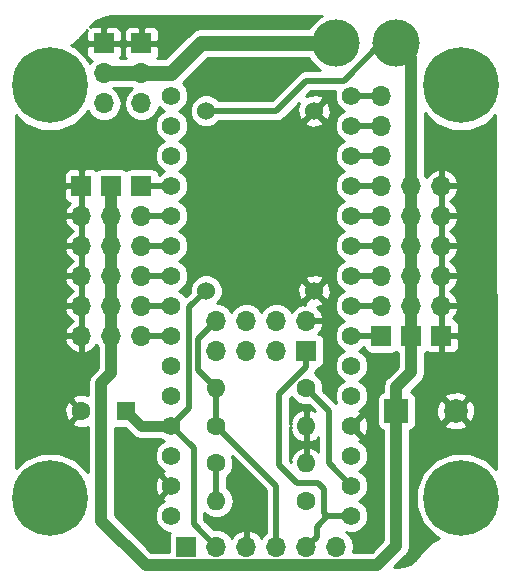
<source format=gtl>
G04 #@! TF.GenerationSoftware,KiCad,Pcbnew,(5.0.0)*
G04 #@! TF.CreationDate,2020-01-07T10:02:11+01:00*
G04 #@! TF.ProjectId,Pacifistabot-ESP-01s,506163696669737461626F742D455350,rev?*
G04 #@! TF.SameCoordinates,Original*
G04 #@! TF.FileFunction,Copper,L1,Top,Signal*
G04 #@! TF.FilePolarity,Positive*
%FSLAX46Y46*%
G04 Gerber Fmt 4.6, Leading zero omitted, Abs format (unit mm)*
G04 Created by KiCad (PCBNEW (5.0.0)) date 01/07/20 10:02:11*
%MOMM*%
%LPD*%
G01*
G04 APERTURE LIST*
G04 #@! TA.AperFunction,ComponentPad*
%ADD10C,0.600000*%
G04 #@! TD*
G04 #@! TA.AperFunction,ComponentPad*
%ADD11C,6.400000*%
G04 #@! TD*
G04 #@! TA.AperFunction,ComponentPad*
%ADD12O,1.700000X1.700000*%
G04 #@! TD*
G04 #@! TA.AperFunction,ComponentPad*
%ADD13R,1.700000X1.700000*%
G04 #@! TD*
G04 #@! TA.AperFunction,ComponentPad*
%ADD14C,1.574800*%
G04 #@! TD*
G04 #@! TA.AperFunction,ComponentPad*
%ADD15R,1.600000X1.600000*%
G04 #@! TD*
G04 #@! TA.AperFunction,ComponentPad*
%ADD16C,1.600000*%
G04 #@! TD*
G04 #@! TA.AperFunction,ComponentPad*
%ADD17R,2.000000X2.000000*%
G04 #@! TD*
G04 #@! TA.AperFunction,ComponentPad*
%ADD18C,2.000000*%
G04 #@! TD*
G04 #@! TA.AperFunction,ComponentPad*
%ADD19C,4.000500*%
G04 #@! TD*
G04 #@! TA.AperFunction,ComponentPad*
%ADD20O,1.600000X1.600000*%
G04 #@! TD*
G04 #@! TA.AperFunction,ComponentPad*
%ADD21C,1.524000*%
G04 #@! TD*
G04 #@! TA.AperFunction,ViaPad*
%ADD22C,0.800000*%
G04 #@! TD*
G04 #@! TA.AperFunction,Conductor*
%ADD23C,0.508000*%
G04 #@! TD*
G04 #@! TA.AperFunction,Conductor*
%ADD24C,1.016000*%
G04 #@! TD*
G04 #@! TA.AperFunction,Conductor*
%ADD25C,1.270000*%
G04 #@! TD*
G04 #@! TA.AperFunction,Conductor*
%ADD26C,0.889000*%
G04 #@! TD*
G04 #@! TA.AperFunction,Conductor*
%ADD27C,0.254000*%
G04 #@! TD*
G04 APERTURE END LIST*
D10*
G04 #@! TO.P,,*
G04 #@! TO.N,*
X104948056Y-135208944D03*
X103251000Y-134506000D03*
X101553944Y-135208944D03*
X100851000Y-136906000D03*
X101553944Y-138603056D03*
X103251000Y-139306000D03*
X104948056Y-138603056D03*
X105651000Y-136906000D03*
D11*
G04 #@! TO.P,,1*
G04 #@! TO.N,N/C*
X103251000Y-136906000D03*
G04 #@! TD*
G04 #@! TO.P,,1*
G04 #@! TO.N,N/C*
X68453000Y-136906000D03*
D10*
G04 #@! TO.P,,*
G04 #@! TO.N,*
X70853000Y-136906000D03*
X70150056Y-138603056D03*
X68453000Y-139306000D03*
X66755944Y-138603056D03*
X66053000Y-136906000D03*
X66755944Y-135208944D03*
X68453000Y-134506000D03*
X70150056Y-135208944D03*
G04 #@! TD*
G04 #@! TO.P,,*
G04 #@! TO.N,*
X70150056Y-100283944D03*
X68453000Y-99581000D03*
X66755944Y-100283944D03*
X66053000Y-101981000D03*
X66755944Y-103678056D03*
X68453000Y-104381000D03*
X70150056Y-103678056D03*
X70853000Y-101981000D03*
D11*
G04 #@! TO.P,,1*
G04 #@! TO.N,N/C*
X68453000Y-101981000D03*
G04 #@! TD*
G04 #@! TO.P,,1*
G04 #@! TO.N,N/C*
X103251000Y-101981000D03*
D10*
G04 #@! TO.P,,*
G04 #@! TO.N,*
X105651000Y-101981000D03*
X104948056Y-103678056D03*
X103251000Y-104381000D03*
X101553944Y-103678056D03*
X100851000Y-101981000D03*
X101553944Y-100283944D03*
X103251000Y-99581000D03*
X104948056Y-100283944D03*
G04 #@! TD*
D12*
G04 #@! TO.P,U3,8*
G04 #@! TO.N,TX*
X82550000Y-121920000D03*
G04 #@! TO.P,U3,7*
G04 #@! TO.N,+3V3*
X82550000Y-124460000D03*
G04 #@! TO.P,U3,6*
G04 #@! TO.N,N/C*
X85090000Y-121920000D03*
G04 #@! TO.P,U3,5*
X85090000Y-124460000D03*
G04 #@! TO.P,U3,4*
X87630000Y-121920000D03*
G04 #@! TO.P,U3,3*
G04 #@! TO.N,Net-(R1-Pad1)*
X87630000Y-124460000D03*
G04 #@! TO.P,U3,2*
G04 #@! TO.N,GND*
X90170000Y-121920000D03*
D13*
G04 #@! TO.P,U3,1*
G04 #@! TO.N,RX*
X90170000Y-124460000D03*
G04 #@! TD*
D14*
G04 #@! TO.P,A1,15*
G04 #@! TO.N,Net-(A1-Pad15)*
X93980000Y-102870000D03*
G04 #@! TO.P,A1,16*
G04 #@! TO.N,N/C*
X78740000Y-102870000D03*
G04 #@! TO.P,A1,14*
G04 #@! TO.N,Net-(A1-Pad14)*
X93980000Y-105410000D03*
G04 #@! TO.P,A1,17*
G04 #@! TO.N,N/C*
X78740000Y-105410000D03*
G04 #@! TO.P,A1,13*
G04 #@! TO.N,Net-(A1-Pad13)*
X93980000Y-107950000D03*
G04 #@! TO.P,A1,18*
G04 #@! TO.N,N/C*
X78740000Y-107950000D03*
G04 #@! TO.P,A1,12*
G04 #@! TO.N,Net-(A1-Pad12)*
X93980000Y-110490000D03*
G04 #@! TO.P,A1,19*
G04 #@! TO.N,Net-(A1-Pad19)*
X78740000Y-110490000D03*
G04 #@! TO.P,A1,11*
G04 #@! TO.N,Net-(A1-Pad11)*
X93980000Y-113030000D03*
G04 #@! TO.P,A1,20*
G04 #@! TO.N,Net-(A1-Pad20)*
X78740000Y-113030000D03*
G04 #@! TO.P,A1,10*
G04 #@! TO.N,Net-(A1-Pad10)*
X93980000Y-115570000D03*
G04 #@! TO.P,A1,21*
G04 #@! TO.N,Net-(A1-Pad21)*
X78740000Y-115570000D03*
G04 #@! TO.P,A1,9*
G04 #@! TO.N,Net-(A1-Pad9)*
X93980000Y-118110000D03*
G04 #@! TO.P,A1,22*
G04 #@! TO.N,Net-(A1-Pad22)*
X78740000Y-118110000D03*
G04 #@! TO.P,A1,8*
G04 #@! TO.N,Net-(A1-Pad8)*
X93980000Y-120650000D03*
G04 #@! TO.P,A1,23*
G04 #@! TO.N,Net-(A1-Pad23)*
X78740000Y-120650000D03*
G04 #@! TO.P,A1,7*
G04 #@! TO.N,Net-(A1-Pad7)*
X93980000Y-123190000D03*
G04 #@! TO.P,A1,24*
G04 #@! TO.N,Net-(A1-Pad24)*
X78740000Y-123190000D03*
G04 #@! TO.P,A1,6*
G04 #@! TO.N,N/C*
X93980000Y-125730000D03*
G04 #@! TO.P,A1,25*
X78740000Y-125730000D03*
G04 #@! TO.P,A1,5*
X93980000Y-128270000D03*
G04 #@! TO.P,A1,26*
G04 #@! TO.N,Net-(A1-Pad26)*
X78740000Y-128270000D03*
G04 #@! TO.P,A1,4*
G04 #@! TO.N,GND*
X93980000Y-130810000D03*
G04 #@! TO.P,A1,27*
G04 #@! TO.N,5V*
X78740000Y-130810000D03*
G04 #@! TO.P,A1,3*
G04 #@! TO.N,RST*
X93980000Y-133350000D03*
G04 #@! TO.P,A1,28*
G04 #@! TO.N,N/C*
X78740000Y-133350000D03*
G04 #@! TO.P,A1,2*
G04 #@! TO.N,Net-(A1-Pad2)*
X93980000Y-135890000D03*
G04 #@! TO.P,A1,29*
G04 #@! TO.N,GND*
X78740000Y-135890000D03*
G04 #@! TO.P,A1,1*
G04 #@! TO.N,RX*
X93980000Y-138430000D03*
G04 #@! TO.P,A1,30*
G04 #@! TO.N,N/C*
X78740000Y-138430000D03*
G04 #@! TD*
D15*
G04 #@! TO.P,C1,1*
G04 #@! TO.N,5V*
X74920000Y-129540000D03*
D16*
G04 #@! TO.P,C1,2*
G04 #@! TO.N,GND*
X71120000Y-129540000D03*
G04 #@! TD*
D17*
G04 #@! TO.P,C2,1*
G04 #@! TO.N,/Alimentaci\00F3n*
X97790000Y-129540000D03*
D18*
G04 #@! TO.P,C2,2*
G04 #@! TO.N,GND*
X102790000Y-129540000D03*
G04 #@! TD*
D19*
G04 #@! TO.P,J1,1*
G04 #@! TO.N,+BATT*
X92710000Y-98425000D03*
G04 #@! TD*
G04 #@! TO.P,J2,1*
G04 #@! TO.N,/Alimentaci\00F3n*
X97790000Y-98425000D03*
G04 #@! TD*
D12*
G04 #@! TO.P,J5,6*
G04 #@! TO.N,/Alimentaci\00F3n*
X73660000Y-123190000D03*
G04 #@! TO.P,J5,5*
X73660000Y-120650000D03*
G04 #@! TO.P,J5,4*
X73660000Y-118110000D03*
G04 #@! TO.P,J5,3*
X73660000Y-115570000D03*
G04 #@! TO.P,J5,2*
X73660000Y-113030000D03*
D13*
G04 #@! TO.P,J5,1*
X73660000Y-110490000D03*
G04 #@! TD*
G04 #@! TO.P,J6,1*
G04 #@! TO.N,/Alimentaci\00F3n*
X99060000Y-123190000D03*
D12*
G04 #@! TO.P,J6,2*
X99060000Y-120650000D03*
G04 #@! TO.P,J6,3*
X99060000Y-118110000D03*
G04 #@! TO.P,J6,4*
X99060000Y-115570000D03*
G04 #@! TO.P,J6,5*
X99060000Y-113030000D03*
G04 #@! TO.P,J6,6*
X99060000Y-110490000D03*
G04 #@! TD*
G04 #@! TO.P,J7,6*
G04 #@! TO.N,GND*
X101600000Y-110490000D03*
G04 #@! TO.P,J7,5*
X101600000Y-113030000D03*
G04 #@! TO.P,J7,4*
X101600000Y-115570000D03*
G04 #@! TO.P,J7,3*
X101600000Y-118110000D03*
G04 #@! TO.P,J7,2*
X101600000Y-120650000D03*
D13*
G04 #@! TO.P,J7,1*
X101600000Y-123190000D03*
G04 #@! TD*
G04 #@! TO.P,J8,1*
G04 #@! TO.N,GND*
X71120000Y-110490000D03*
D12*
G04 #@! TO.P,J8,2*
X71120000Y-113030000D03*
G04 #@! TO.P,J8,3*
X71120000Y-115570000D03*
G04 #@! TO.P,J8,4*
X71120000Y-118110000D03*
G04 #@! TO.P,J8,5*
X71120000Y-120650000D03*
G04 #@! TO.P,J8,6*
X71120000Y-123190000D03*
G04 #@! TD*
G04 #@! TO.P,J10,3*
G04 #@! TO.N,N/C*
X73025000Y-103505000D03*
G04 #@! TO.P,J10,2*
G04 #@! TO.N,+BATT*
X73025000Y-100965000D03*
D13*
G04 #@! TO.P,J10,1*
G04 #@! TO.N,GND*
X73025000Y-98425000D03*
G04 #@! TD*
D16*
G04 #@! TO.P,R2,1*
G04 #@! TO.N,Net-(A1-Pad2)*
X90170000Y-127635000D03*
D20*
G04 #@! TO.P,R2,2*
G04 #@! TO.N,TX*
X82550000Y-127635000D03*
G04 #@! TD*
D16*
G04 #@! TO.P,R3,1*
G04 #@! TO.N,TX*
X82550000Y-130810000D03*
D20*
G04 #@! TO.P,R3,2*
G04 #@! TO.N,GND*
X90170000Y-130810000D03*
G04 #@! TD*
G04 #@! TO.P,R4,2*
G04 #@! TO.N,Net-(A1-Pad26)*
X82550000Y-137160000D03*
D16*
G04 #@! TO.P,R4,1*
G04 #@! TO.N,/Alimentaci\00F3n*
X90170000Y-137160000D03*
G04 #@! TD*
G04 #@! TO.P,R5,1*
G04 #@! TO.N,Net-(A1-Pad26)*
X82550000Y-133985000D03*
D20*
G04 #@! TO.P,R5,2*
G04 #@! TO.N,GND*
X90170000Y-133985000D03*
G04 #@! TD*
D21*
G04 #@! TO.P,U1,4*
G04 #@! TO.N,GND*
X90805000Y-119380000D03*
G04 #@! TO.P,U1,3*
G04 #@! TO.N,5V*
X81665000Y-119380000D03*
G04 #@! TO.P,U1,2*
G04 #@! TO.N,GND*
X90809000Y-104140000D03*
G04 #@! TO.P,U1,1*
G04 #@! TO.N,/Alimentaci\00F3n*
X81665000Y-104140000D03*
G04 #@! TD*
D13*
G04 #@! TO.P,J4,1*
G04 #@! TO.N,Net-(A1-Pad19)*
X76200000Y-110490000D03*
D12*
G04 #@! TO.P,J4,2*
G04 #@! TO.N,Net-(A1-Pad20)*
X76200000Y-113030000D03*
G04 #@! TO.P,J4,3*
G04 #@! TO.N,Net-(A1-Pad21)*
X76200000Y-115570000D03*
G04 #@! TO.P,J4,4*
G04 #@! TO.N,Net-(A1-Pad22)*
X76200000Y-118110000D03*
G04 #@! TO.P,J4,5*
G04 #@! TO.N,Net-(A1-Pad23)*
X76200000Y-120650000D03*
G04 #@! TO.P,J4,6*
G04 #@! TO.N,Net-(A1-Pad24)*
X76200000Y-123190000D03*
G04 #@! TD*
G04 #@! TO.P,J11,3*
G04 #@! TO.N,N/C*
X76200000Y-103505000D03*
G04 #@! TO.P,J11,2*
G04 #@! TO.N,+BATT*
X76200000Y-100965000D03*
D13*
G04 #@! TO.P,J11,1*
G04 #@! TO.N,GND*
X76200000Y-98425000D03*
G04 #@! TD*
G04 #@! TO.P,J3,1*
G04 #@! TO.N,Net-(A1-Pad7)*
X96520000Y-123190000D03*
D12*
G04 #@! TO.P,J3,2*
G04 #@! TO.N,Net-(A1-Pad8)*
X96520000Y-120650000D03*
G04 #@! TO.P,J3,3*
G04 #@! TO.N,Net-(A1-Pad9)*
X96520000Y-118110000D03*
G04 #@! TO.P,J3,4*
G04 #@! TO.N,Net-(A1-Pad10)*
X96520000Y-115570000D03*
G04 #@! TO.P,J3,5*
G04 #@! TO.N,Net-(A1-Pad11)*
X96520000Y-113030000D03*
G04 #@! TO.P,J3,6*
G04 #@! TO.N,Net-(A1-Pad12)*
X96520000Y-110490000D03*
G04 #@! TO.P,J3,7*
G04 #@! TO.N,Net-(A1-Pad13)*
X96520000Y-107950000D03*
G04 #@! TO.P,J3,8*
G04 #@! TO.N,Net-(A1-Pad14)*
X96520000Y-105410000D03*
G04 #@! TO.P,J3,9*
G04 #@! TO.N,Net-(A1-Pad15)*
X96520000Y-102870000D03*
G04 #@! TD*
D13*
G04 #@! TO.P,J9,1*
G04 #@! TO.N,N/C*
X80010000Y-141033500D03*
D12*
G04 #@! TO.P,J9,2*
G04 #@! TO.N,5V*
X82550000Y-141033500D03*
G04 #@! TO.P,J9,3*
G04 #@! TO.N,GND*
X85090000Y-141033500D03*
G04 #@! TO.P,J9,4*
G04 #@! TO.N,TX*
X87630000Y-141033500D03*
G04 #@! TO.P,J9,5*
G04 #@! TO.N,RX*
X90170000Y-141033500D03*
G04 #@! TO.P,J9,6*
G04 #@! TO.N,Net-(C3-Pad1)*
X92710000Y-141033500D03*
G04 #@! TD*
D22*
G04 #@! TO.N,/Alimentaci\00F3n*
X97790000Y-136017000D03*
G04 #@! TD*
D23*
G04 #@! TO.N,Net-(A1-Pad15)*
X96520000Y-102870000D02*
X93980000Y-102870000D01*
G04 #@! TO.N,Net-(A1-Pad14)*
X96520000Y-105410000D02*
X93980000Y-105410000D01*
G04 #@! TO.N,Net-(A1-Pad13)*
X96520000Y-107950000D02*
X93980000Y-107950000D01*
G04 #@! TO.N,Net-(A1-Pad12)*
X96520000Y-110490000D02*
X93980000Y-110490000D01*
G04 #@! TO.N,Net-(A1-Pad19)*
X76200000Y-110490000D02*
X78740000Y-110490000D01*
G04 #@! TO.N,Net-(A1-Pad11)*
X96520000Y-113030000D02*
X93980000Y-113030000D01*
G04 #@! TO.N,Net-(A1-Pad20)*
X76200000Y-113030000D02*
X78740000Y-113030000D01*
G04 #@! TO.N,Net-(A1-Pad10)*
X96520000Y-115570000D02*
X93980000Y-115570000D01*
G04 #@! TO.N,Net-(A1-Pad21)*
X76200000Y-115570000D02*
X78740000Y-115570000D01*
G04 #@! TO.N,Net-(A1-Pad9)*
X96520000Y-118110000D02*
X93980000Y-118110000D01*
G04 #@! TO.N,Net-(A1-Pad22)*
X76200000Y-118110000D02*
X78740000Y-118110000D01*
G04 #@! TO.N,Net-(A1-Pad8)*
X96520000Y-120650000D02*
X93980000Y-120650000D01*
G04 #@! TO.N,Net-(A1-Pad23)*
X76200000Y-120650000D02*
X78740000Y-120650000D01*
G04 #@! TO.N,Net-(A1-Pad7)*
X96520000Y-123190000D02*
X93980000Y-123190000D01*
G04 #@! TO.N,Net-(A1-Pad24)*
X76200000Y-123190000D02*
X78740000Y-123190000D01*
G04 #@! TO.N,Net-(A1-Pad26)*
X82550000Y-137160000D02*
X82550000Y-133985000D01*
G04 #@! TO.N,Net-(A1-Pad2)*
X93980000Y-135890000D02*
X92075000Y-133985000D01*
X92075000Y-129540000D02*
X90170000Y-127635000D01*
X92075000Y-133985000D02*
X92075000Y-129540000D01*
G04 #@! TO.N,RX*
X93980000Y-138430000D02*
X92710000Y-138430000D01*
X91948000Y-138430000D02*
X91694000Y-138176000D01*
X92710000Y-138430000D02*
X91948000Y-138430000D01*
X91694000Y-138176000D02*
X91694000Y-136144000D01*
X91694000Y-136144000D02*
X91186000Y-135636000D01*
X91186000Y-135636000D02*
X89408000Y-135636000D01*
X89408000Y-135636000D02*
X87884000Y-134112000D01*
X87884000Y-128104000D02*
X87884000Y-134112000D01*
X90170000Y-125818000D02*
X87884000Y-128104000D01*
X90170000Y-124460000D02*
X90170000Y-125818000D01*
X91019999Y-139358001D02*
X91948000Y-138430000D01*
X91019999Y-140183501D02*
X90170000Y-141033500D01*
X91019999Y-139358001D02*
X91019999Y-140183501D01*
D24*
G04 #@! TO.N,/Alimentaci\00F3n*
X99060000Y-99695000D02*
X97790000Y-98425000D01*
X99060000Y-110490000D02*
X99060000Y-99695000D01*
X99060000Y-110490000D02*
X99060000Y-123190000D01*
X97790000Y-127524000D02*
X99060000Y-126254000D01*
X97790000Y-129540000D02*
X97790000Y-127524000D01*
X99060000Y-126254000D02*
X99060000Y-123190000D01*
X97790000Y-129540000D02*
X97790000Y-136017000D01*
X73660000Y-126365000D02*
X73660000Y-123190000D01*
X72810001Y-138850001D02*
X72810001Y-127214999D01*
X72810001Y-127214999D02*
X73660000Y-126365000D01*
X73660000Y-123190000D02*
X73660000Y-110490000D01*
D23*
X87630000Y-104140000D02*
X81665000Y-104140000D01*
X90170000Y-101600000D02*
X87630000Y-104140000D01*
X93345000Y-101600000D02*
X90170000Y-101600000D01*
X96520000Y-98425000D02*
X93345000Y-101600000D01*
X97790000Y-98425000D02*
X96520000Y-98425000D01*
D24*
X97790000Y-136017000D02*
X97790000Y-140970000D01*
X96168499Y-142591501D02*
X97790000Y-140970000D01*
X76551501Y-142591501D02*
X96168499Y-142591501D01*
X72810001Y-138850001D02*
X76551501Y-142591501D01*
D25*
G04 #@! TO.N,+BATT*
X73025000Y-100965000D02*
X76200000Y-100965000D01*
X81280000Y-98425000D02*
X92710000Y-98425000D01*
X76200000Y-100965000D02*
X78740000Y-100965000D01*
X78740000Y-100965000D02*
X81280000Y-98425000D01*
D23*
G04 #@! TO.N,TX*
X82550000Y-130810000D02*
X82550000Y-127635000D01*
X82550000Y-127635000D02*
X81026000Y-126111000D01*
X81026000Y-123444000D02*
X82550000Y-121920000D01*
X81026000Y-126111000D02*
X81026000Y-123444000D01*
X87630000Y-135890000D02*
X82550000Y-130810000D01*
X87630000Y-135890000D02*
X87630000Y-141033500D01*
D26*
G04 #@! TO.N,5V*
X76190000Y-130810000D02*
X74920000Y-129540000D01*
X78740000Y-130810000D02*
X76190000Y-130810000D01*
D23*
X80264000Y-120781000D02*
X81665000Y-119380000D01*
X78740000Y-130810000D02*
X80264000Y-129286000D01*
X80264000Y-129286000D02*
X80264000Y-120781000D01*
X80645000Y-139128500D02*
X82550000Y-141033500D01*
X78740000Y-130810000D02*
X80645000Y-132715000D01*
X80645000Y-132715000D02*
X80645000Y-139128500D01*
G04 #@! TD*
D27*
G04 #@! TO.N,GND*
G36*
X101078647Y-105232156D02*
X102488171Y-105816000D01*
X104013829Y-105816000D01*
X105423353Y-105232156D01*
X106165244Y-104490265D01*
X106195632Y-134427123D01*
X105423353Y-133654844D01*
X104013829Y-133071000D01*
X102488171Y-133071000D01*
X101078647Y-133654844D01*
X99999844Y-134733647D01*
X99416000Y-136143171D01*
X99416000Y-137668829D01*
X99999844Y-139078353D01*
X101078647Y-140157156D01*
X101387590Y-140285124D01*
X101040539Y-140460457D01*
X100920170Y-140538039D01*
X100317769Y-141022438D01*
X100216161Y-141123350D01*
X100216157Y-141123356D01*
X99728830Y-141720947D01*
X99338747Y-142154046D01*
X98897905Y-142464924D01*
X98399140Y-142670411D01*
X97838685Y-142765117D01*
X97713472Y-142768605D01*
X97709621Y-142769146D01*
X97607193Y-142769252D01*
X98518620Y-141857826D01*
X98614057Y-141794057D01*
X98798761Y-141517627D01*
X98866682Y-141415977D01*
X98955392Y-140970000D01*
X98933000Y-140857428D01*
X98933000Y-131158996D01*
X99037765Y-131138157D01*
X99247809Y-130997809D01*
X99388157Y-130787765D01*
X99407099Y-130692532D01*
X101817073Y-130692532D01*
X101915736Y-130959387D01*
X102525461Y-131185908D01*
X103175460Y-131161856D01*
X103664264Y-130959387D01*
X103762927Y-130692532D01*
X102790000Y-129719605D01*
X101817073Y-130692532D01*
X99407099Y-130692532D01*
X99437440Y-130540000D01*
X99437440Y-129275461D01*
X101144092Y-129275461D01*
X101168144Y-129925460D01*
X101370613Y-130414264D01*
X101637468Y-130512927D01*
X102610395Y-129540000D01*
X102969605Y-129540000D01*
X103942532Y-130512927D01*
X104209387Y-130414264D01*
X104435908Y-129804539D01*
X104411856Y-129154540D01*
X104209387Y-128665736D01*
X103942532Y-128567073D01*
X102969605Y-129540000D01*
X102610395Y-129540000D01*
X101637468Y-128567073D01*
X101370613Y-128665736D01*
X101144092Y-129275461D01*
X99437440Y-129275461D01*
X99437440Y-128540000D01*
X99407100Y-128387468D01*
X101817073Y-128387468D01*
X102790000Y-129360395D01*
X103762927Y-128387468D01*
X103664264Y-128120613D01*
X103054539Y-127894092D01*
X102404540Y-127918144D01*
X101915736Y-128120613D01*
X101817073Y-128387468D01*
X99407100Y-128387468D01*
X99388157Y-128292235D01*
X99247809Y-128082191D01*
X99037765Y-127941843D01*
X98996759Y-127933686D01*
X99788621Y-127141825D01*
X99884057Y-127078057D01*
X100136682Y-126699976D01*
X100203000Y-126366572D01*
X100203000Y-126366571D01*
X100225392Y-126254001D01*
X100203000Y-126141430D01*
X100203000Y-124607932D01*
X100333025Y-124521051D01*
X100390302Y-124578327D01*
X100623691Y-124675000D01*
X101314250Y-124675000D01*
X101473000Y-124516250D01*
X101473000Y-123317000D01*
X101727000Y-123317000D01*
X101727000Y-124516250D01*
X101885750Y-124675000D01*
X102576309Y-124675000D01*
X102809698Y-124578327D01*
X102988327Y-124399699D01*
X103085000Y-124166310D01*
X103085000Y-123475750D01*
X102926250Y-123317000D01*
X101727000Y-123317000D01*
X101473000Y-123317000D01*
X101453000Y-123317000D01*
X101453000Y-123063000D01*
X101473000Y-123063000D01*
X101473000Y-120777000D01*
X101727000Y-120777000D01*
X101727000Y-123063000D01*
X102926250Y-123063000D01*
X103085000Y-122904250D01*
X103085000Y-122213690D01*
X102988327Y-121980301D01*
X102809698Y-121801673D01*
X102600122Y-121714864D01*
X102871645Y-121416924D01*
X103041476Y-121006890D01*
X102920155Y-120777000D01*
X101727000Y-120777000D01*
X101473000Y-120777000D01*
X101453000Y-120777000D01*
X101453000Y-120523000D01*
X101473000Y-120523000D01*
X101473000Y-118237000D01*
X101727000Y-118237000D01*
X101727000Y-120523000D01*
X102920155Y-120523000D01*
X103041476Y-120293110D01*
X102871645Y-119883076D01*
X102481358Y-119454817D01*
X102322046Y-119380000D01*
X102481358Y-119305183D01*
X102871645Y-118876924D01*
X103041476Y-118466890D01*
X102920155Y-118237000D01*
X101727000Y-118237000D01*
X101473000Y-118237000D01*
X101453000Y-118237000D01*
X101453000Y-117983000D01*
X101473000Y-117983000D01*
X101473000Y-115697000D01*
X101727000Y-115697000D01*
X101727000Y-117983000D01*
X102920155Y-117983000D01*
X103041476Y-117753110D01*
X102871645Y-117343076D01*
X102481358Y-116914817D01*
X102322046Y-116840000D01*
X102481358Y-116765183D01*
X102871645Y-116336924D01*
X103041476Y-115926890D01*
X102920155Y-115697000D01*
X101727000Y-115697000D01*
X101473000Y-115697000D01*
X101453000Y-115697000D01*
X101453000Y-115443000D01*
X101473000Y-115443000D01*
X101473000Y-113157000D01*
X101727000Y-113157000D01*
X101727000Y-115443000D01*
X102920155Y-115443000D01*
X103041476Y-115213110D01*
X102871645Y-114803076D01*
X102481358Y-114374817D01*
X102322046Y-114300000D01*
X102481358Y-114225183D01*
X102871645Y-113796924D01*
X103041476Y-113386890D01*
X102920155Y-113157000D01*
X101727000Y-113157000D01*
X101473000Y-113157000D01*
X101453000Y-113157000D01*
X101453000Y-112903000D01*
X101473000Y-112903000D01*
X101473000Y-110617000D01*
X101727000Y-110617000D01*
X101727000Y-112903000D01*
X102920155Y-112903000D01*
X103041476Y-112673110D01*
X102871645Y-112263076D01*
X102481358Y-111834817D01*
X102322046Y-111760000D01*
X102481358Y-111685183D01*
X102871645Y-111256924D01*
X103041476Y-110846890D01*
X102920155Y-110617000D01*
X101727000Y-110617000D01*
X101473000Y-110617000D01*
X101453000Y-110617000D01*
X101453000Y-110363000D01*
X101473000Y-110363000D01*
X101473000Y-109169181D01*
X101727000Y-109169181D01*
X101727000Y-110363000D01*
X102920155Y-110363000D01*
X103041476Y-110133110D01*
X102871645Y-109723076D01*
X102481358Y-109294817D01*
X101956892Y-109048514D01*
X101727000Y-109169181D01*
X101473000Y-109169181D01*
X101243108Y-109048514D01*
X100718642Y-109294817D01*
X100331353Y-109719786D01*
X100203000Y-109527692D01*
X100203000Y-104356509D01*
X101078647Y-105232156D01*
X101078647Y-105232156D01*
G37*
X101078647Y-105232156D02*
X102488171Y-105816000D01*
X104013829Y-105816000D01*
X105423353Y-105232156D01*
X106165244Y-104490265D01*
X106195632Y-134427123D01*
X105423353Y-133654844D01*
X104013829Y-133071000D01*
X102488171Y-133071000D01*
X101078647Y-133654844D01*
X99999844Y-134733647D01*
X99416000Y-136143171D01*
X99416000Y-137668829D01*
X99999844Y-139078353D01*
X101078647Y-140157156D01*
X101387590Y-140285124D01*
X101040539Y-140460457D01*
X100920170Y-140538039D01*
X100317769Y-141022438D01*
X100216161Y-141123350D01*
X100216157Y-141123356D01*
X99728830Y-141720947D01*
X99338747Y-142154046D01*
X98897905Y-142464924D01*
X98399140Y-142670411D01*
X97838685Y-142765117D01*
X97713472Y-142768605D01*
X97709621Y-142769146D01*
X97607193Y-142769252D01*
X98518620Y-141857826D01*
X98614057Y-141794057D01*
X98798761Y-141517627D01*
X98866682Y-141415977D01*
X98955392Y-140970000D01*
X98933000Y-140857428D01*
X98933000Y-131158996D01*
X99037765Y-131138157D01*
X99247809Y-130997809D01*
X99388157Y-130787765D01*
X99407099Y-130692532D01*
X101817073Y-130692532D01*
X101915736Y-130959387D01*
X102525461Y-131185908D01*
X103175460Y-131161856D01*
X103664264Y-130959387D01*
X103762927Y-130692532D01*
X102790000Y-129719605D01*
X101817073Y-130692532D01*
X99407099Y-130692532D01*
X99437440Y-130540000D01*
X99437440Y-129275461D01*
X101144092Y-129275461D01*
X101168144Y-129925460D01*
X101370613Y-130414264D01*
X101637468Y-130512927D01*
X102610395Y-129540000D01*
X102969605Y-129540000D01*
X103942532Y-130512927D01*
X104209387Y-130414264D01*
X104435908Y-129804539D01*
X104411856Y-129154540D01*
X104209387Y-128665736D01*
X103942532Y-128567073D01*
X102969605Y-129540000D01*
X102610395Y-129540000D01*
X101637468Y-128567073D01*
X101370613Y-128665736D01*
X101144092Y-129275461D01*
X99437440Y-129275461D01*
X99437440Y-128540000D01*
X99407100Y-128387468D01*
X101817073Y-128387468D01*
X102790000Y-129360395D01*
X103762927Y-128387468D01*
X103664264Y-128120613D01*
X103054539Y-127894092D01*
X102404540Y-127918144D01*
X101915736Y-128120613D01*
X101817073Y-128387468D01*
X99407100Y-128387468D01*
X99388157Y-128292235D01*
X99247809Y-128082191D01*
X99037765Y-127941843D01*
X98996759Y-127933686D01*
X99788621Y-127141825D01*
X99884057Y-127078057D01*
X100136682Y-126699976D01*
X100203000Y-126366572D01*
X100203000Y-126366571D01*
X100225392Y-126254001D01*
X100203000Y-126141430D01*
X100203000Y-124607932D01*
X100333025Y-124521051D01*
X100390302Y-124578327D01*
X100623691Y-124675000D01*
X101314250Y-124675000D01*
X101473000Y-124516250D01*
X101473000Y-123317000D01*
X101727000Y-123317000D01*
X101727000Y-124516250D01*
X101885750Y-124675000D01*
X102576309Y-124675000D01*
X102809698Y-124578327D01*
X102988327Y-124399699D01*
X103085000Y-124166310D01*
X103085000Y-123475750D01*
X102926250Y-123317000D01*
X101727000Y-123317000D01*
X101473000Y-123317000D01*
X101453000Y-123317000D01*
X101453000Y-123063000D01*
X101473000Y-123063000D01*
X101473000Y-120777000D01*
X101727000Y-120777000D01*
X101727000Y-123063000D01*
X102926250Y-123063000D01*
X103085000Y-122904250D01*
X103085000Y-122213690D01*
X102988327Y-121980301D01*
X102809698Y-121801673D01*
X102600122Y-121714864D01*
X102871645Y-121416924D01*
X103041476Y-121006890D01*
X102920155Y-120777000D01*
X101727000Y-120777000D01*
X101473000Y-120777000D01*
X101453000Y-120777000D01*
X101453000Y-120523000D01*
X101473000Y-120523000D01*
X101473000Y-118237000D01*
X101727000Y-118237000D01*
X101727000Y-120523000D01*
X102920155Y-120523000D01*
X103041476Y-120293110D01*
X102871645Y-119883076D01*
X102481358Y-119454817D01*
X102322046Y-119380000D01*
X102481358Y-119305183D01*
X102871645Y-118876924D01*
X103041476Y-118466890D01*
X102920155Y-118237000D01*
X101727000Y-118237000D01*
X101473000Y-118237000D01*
X101453000Y-118237000D01*
X101453000Y-117983000D01*
X101473000Y-117983000D01*
X101473000Y-115697000D01*
X101727000Y-115697000D01*
X101727000Y-117983000D01*
X102920155Y-117983000D01*
X103041476Y-117753110D01*
X102871645Y-117343076D01*
X102481358Y-116914817D01*
X102322046Y-116840000D01*
X102481358Y-116765183D01*
X102871645Y-116336924D01*
X103041476Y-115926890D01*
X102920155Y-115697000D01*
X101727000Y-115697000D01*
X101473000Y-115697000D01*
X101453000Y-115697000D01*
X101453000Y-115443000D01*
X101473000Y-115443000D01*
X101473000Y-113157000D01*
X101727000Y-113157000D01*
X101727000Y-115443000D01*
X102920155Y-115443000D01*
X103041476Y-115213110D01*
X102871645Y-114803076D01*
X102481358Y-114374817D01*
X102322046Y-114300000D01*
X102481358Y-114225183D01*
X102871645Y-113796924D01*
X103041476Y-113386890D01*
X102920155Y-113157000D01*
X101727000Y-113157000D01*
X101473000Y-113157000D01*
X101453000Y-113157000D01*
X101453000Y-112903000D01*
X101473000Y-112903000D01*
X101473000Y-110617000D01*
X101727000Y-110617000D01*
X101727000Y-112903000D01*
X102920155Y-112903000D01*
X103041476Y-112673110D01*
X102871645Y-112263076D01*
X102481358Y-111834817D01*
X102322046Y-111760000D01*
X102481358Y-111685183D01*
X102871645Y-111256924D01*
X103041476Y-110846890D01*
X102920155Y-110617000D01*
X101727000Y-110617000D01*
X101473000Y-110617000D01*
X101453000Y-110617000D01*
X101453000Y-110363000D01*
X101473000Y-110363000D01*
X101473000Y-109169181D01*
X101727000Y-109169181D01*
X101727000Y-110363000D01*
X102920155Y-110363000D01*
X103041476Y-110133110D01*
X102871645Y-109723076D01*
X102481358Y-109294817D01*
X101956892Y-109048514D01*
X101727000Y-109169181D01*
X101473000Y-109169181D01*
X101243108Y-109048514D01*
X100718642Y-109294817D01*
X100331353Y-109719786D01*
X100203000Y-109527692D01*
X100203000Y-104356509D01*
X101078647Y-105232156D01*
G36*
X95071843Y-124287765D02*
X95212191Y-124497809D01*
X95422235Y-124638157D01*
X95670000Y-124687440D01*
X97370000Y-124687440D01*
X97617765Y-124638157D01*
X97790000Y-124523072D01*
X97917001Y-124607932D01*
X97917000Y-125780554D01*
X97061380Y-126636175D01*
X96965944Y-126699943D01*
X96753816Y-127017416D01*
X96713319Y-127078024D01*
X96624608Y-127524000D01*
X96647001Y-127636576D01*
X96647001Y-127921004D01*
X96542235Y-127941843D01*
X96332191Y-128082191D01*
X96191843Y-128292235D01*
X96142560Y-128540000D01*
X96142560Y-130540000D01*
X96191843Y-130787765D01*
X96332191Y-130997809D01*
X96542235Y-131138157D01*
X96647000Y-131158996D01*
X96647001Y-135904424D01*
X96647000Y-135904429D01*
X96647001Y-140496553D01*
X95695054Y-141448501D01*
X94141543Y-141448501D01*
X94224092Y-141033500D01*
X94108839Y-140454082D01*
X93780625Y-139962875D01*
X93481905Y-139763277D01*
X93697067Y-139852400D01*
X94262933Y-139852400D01*
X94785725Y-139635852D01*
X95185852Y-139235725D01*
X95402400Y-138712933D01*
X95402400Y-138147067D01*
X95185852Y-137624275D01*
X94785725Y-137224148D01*
X94630858Y-137160000D01*
X94785725Y-137095852D01*
X95185852Y-136695725D01*
X95402400Y-136172933D01*
X95402400Y-135607067D01*
X95185852Y-135084275D01*
X94785725Y-134684148D01*
X94630858Y-134620000D01*
X94785725Y-134555852D01*
X95185852Y-134155725D01*
X95402400Y-133632933D01*
X95402400Y-133067067D01*
X95185852Y-132544275D01*
X94785725Y-132144148D01*
X94646571Y-132086509D01*
X94726425Y-132053432D01*
X94799011Y-131808617D01*
X93980000Y-130989605D01*
X93965858Y-131003748D01*
X93786252Y-130824142D01*
X93800395Y-130810000D01*
X94159605Y-130810000D01*
X94978617Y-131629011D01*
X95223432Y-131556425D01*
X95414426Y-131023765D01*
X95387041Y-130458562D01*
X95223432Y-130063575D01*
X94978617Y-129990989D01*
X94159605Y-130810000D01*
X93800395Y-130810000D01*
X93786252Y-130795858D01*
X93965858Y-130616252D01*
X93980000Y-130630395D01*
X94799011Y-129811383D01*
X94726425Y-129566568D01*
X94640821Y-129535873D01*
X94785725Y-129475852D01*
X95185852Y-129075725D01*
X95402400Y-128552933D01*
X95402400Y-127987067D01*
X95185852Y-127464275D01*
X94785725Y-127064148D01*
X94630858Y-127000000D01*
X94785725Y-126935852D01*
X95185852Y-126535725D01*
X95402400Y-126012933D01*
X95402400Y-125447067D01*
X95185852Y-124924275D01*
X94785725Y-124524148D01*
X94630858Y-124460000D01*
X94785725Y-124395852D01*
X95042306Y-124139271D01*
X95071843Y-124287765D01*
X95071843Y-124287765D01*
G37*
X95071843Y-124287765D02*
X95212191Y-124497809D01*
X95422235Y-124638157D01*
X95670000Y-124687440D01*
X97370000Y-124687440D01*
X97617765Y-124638157D01*
X97790000Y-124523072D01*
X97917001Y-124607932D01*
X97917000Y-125780554D01*
X97061380Y-126636175D01*
X96965944Y-126699943D01*
X96753816Y-127017416D01*
X96713319Y-127078024D01*
X96624608Y-127524000D01*
X96647001Y-127636576D01*
X96647001Y-127921004D01*
X96542235Y-127941843D01*
X96332191Y-128082191D01*
X96191843Y-128292235D01*
X96142560Y-128540000D01*
X96142560Y-130540000D01*
X96191843Y-130787765D01*
X96332191Y-130997809D01*
X96542235Y-131138157D01*
X96647000Y-131158996D01*
X96647001Y-135904424D01*
X96647000Y-135904429D01*
X96647001Y-140496553D01*
X95695054Y-141448501D01*
X94141543Y-141448501D01*
X94224092Y-141033500D01*
X94108839Y-140454082D01*
X93780625Y-139962875D01*
X93481905Y-139763277D01*
X93697067Y-139852400D01*
X94262933Y-139852400D01*
X94785725Y-139635852D01*
X95185852Y-139235725D01*
X95402400Y-138712933D01*
X95402400Y-138147067D01*
X95185852Y-137624275D01*
X94785725Y-137224148D01*
X94630858Y-137160000D01*
X94785725Y-137095852D01*
X95185852Y-136695725D01*
X95402400Y-136172933D01*
X95402400Y-135607067D01*
X95185852Y-135084275D01*
X94785725Y-134684148D01*
X94630858Y-134620000D01*
X94785725Y-134555852D01*
X95185852Y-134155725D01*
X95402400Y-133632933D01*
X95402400Y-133067067D01*
X95185852Y-132544275D01*
X94785725Y-132144148D01*
X94646571Y-132086509D01*
X94726425Y-132053432D01*
X94799011Y-131808617D01*
X93980000Y-130989605D01*
X93965858Y-131003748D01*
X93786252Y-130824142D01*
X93800395Y-130810000D01*
X94159605Y-130810000D01*
X94978617Y-131629011D01*
X95223432Y-131556425D01*
X95414426Y-131023765D01*
X95387041Y-130458562D01*
X95223432Y-130063575D01*
X94978617Y-129990989D01*
X94159605Y-130810000D01*
X93800395Y-130810000D01*
X93786252Y-130795858D01*
X93965858Y-130616252D01*
X93980000Y-130630395D01*
X94799011Y-129811383D01*
X94726425Y-129566568D01*
X94640821Y-129535873D01*
X94785725Y-129475852D01*
X95185852Y-129075725D01*
X95402400Y-128552933D01*
X95402400Y-127987067D01*
X95185852Y-127464275D01*
X94785725Y-127064148D01*
X94630858Y-127000000D01*
X94785725Y-126935852D01*
X95185852Y-126535725D01*
X95402400Y-126012933D01*
X95402400Y-125447067D01*
X95185852Y-124924275D01*
X94785725Y-124524148D01*
X94630858Y-124460000D01*
X94785725Y-124395852D01*
X95042306Y-124139271D01*
X95071843Y-124287765D01*
G36*
X74120000Y-130987440D02*
X74840797Y-130987440D01*
X75351497Y-131498140D01*
X75411724Y-131588276D01*
X75768800Y-131826866D01*
X76189999Y-131910648D01*
X76296317Y-131889500D01*
X77807923Y-131889500D01*
X77934275Y-132015852D01*
X78089142Y-132080000D01*
X77934275Y-132144148D01*
X77534148Y-132544275D01*
X77317600Y-133067067D01*
X77317600Y-133632933D01*
X77534148Y-134155725D01*
X77934275Y-134555852D01*
X78073429Y-134613491D01*
X77993575Y-134646568D01*
X77920989Y-134891383D01*
X78740000Y-135710395D01*
X78754142Y-135696252D01*
X78933748Y-135875858D01*
X78919605Y-135890000D01*
X78933748Y-135904142D01*
X78754142Y-136083748D01*
X78740000Y-136069605D01*
X77920989Y-136888617D01*
X77993575Y-137133432D01*
X78079179Y-137164127D01*
X77934275Y-137224148D01*
X77534148Y-137624275D01*
X77317600Y-138147067D01*
X77317600Y-138712933D01*
X77534148Y-139235725D01*
X77934275Y-139635852D01*
X78457067Y-139852400D01*
X78617526Y-139852400D01*
X78561843Y-139935735D01*
X78512560Y-140183500D01*
X78512560Y-141448501D01*
X77024947Y-141448501D01*
X73953001Y-138376556D01*
X73953001Y-135676235D01*
X77305574Y-135676235D01*
X77332959Y-136241438D01*
X77496568Y-136636425D01*
X77741383Y-136709011D01*
X78560395Y-135890000D01*
X77741383Y-135070989D01*
X77496568Y-135143575D01*
X77305574Y-135676235D01*
X73953001Y-135676235D01*
X73953001Y-130954222D01*
X74120000Y-130987440D01*
X74120000Y-130987440D01*
G37*
X74120000Y-130987440D02*
X74840797Y-130987440D01*
X75351497Y-131498140D01*
X75411724Y-131588276D01*
X75768800Y-131826866D01*
X76189999Y-131910648D01*
X76296317Y-131889500D01*
X77807923Y-131889500D01*
X77934275Y-132015852D01*
X78089142Y-132080000D01*
X77934275Y-132144148D01*
X77534148Y-132544275D01*
X77317600Y-133067067D01*
X77317600Y-133632933D01*
X77534148Y-134155725D01*
X77934275Y-134555852D01*
X78073429Y-134613491D01*
X77993575Y-134646568D01*
X77920989Y-134891383D01*
X78740000Y-135710395D01*
X78754142Y-135696252D01*
X78933748Y-135875858D01*
X78919605Y-135890000D01*
X78933748Y-135904142D01*
X78754142Y-136083748D01*
X78740000Y-136069605D01*
X77920989Y-136888617D01*
X77993575Y-137133432D01*
X78079179Y-137164127D01*
X77934275Y-137224148D01*
X77534148Y-137624275D01*
X77317600Y-138147067D01*
X77317600Y-138712933D01*
X77534148Y-139235725D01*
X77934275Y-139635852D01*
X78457067Y-139852400D01*
X78617526Y-139852400D01*
X78561843Y-139935735D01*
X78512560Y-140183500D01*
X78512560Y-141448501D01*
X77024947Y-141448501D01*
X73953001Y-138376556D01*
X73953001Y-135676235D01*
X77305574Y-135676235D01*
X77332959Y-136241438D01*
X77496568Y-136636425D01*
X77741383Y-136709011D01*
X78560395Y-135890000D01*
X77741383Y-135070989D01*
X77496568Y-135143575D01*
X77305574Y-135676235D01*
X73953001Y-135676235D01*
X73953001Y-130954222D01*
X74120000Y-130987440D01*
G36*
X86741000Y-136258236D02*
X86741001Y-139841517D01*
X86559375Y-139962875D01*
X86346157Y-140281978D01*
X86285183Y-140152142D01*
X85856924Y-139761855D01*
X85446890Y-139592024D01*
X85217000Y-139713345D01*
X85217000Y-140906500D01*
X85237000Y-140906500D01*
X85237000Y-141160500D01*
X85217000Y-141160500D01*
X85217000Y-141180500D01*
X84963000Y-141180500D01*
X84963000Y-141160500D01*
X84943000Y-141160500D01*
X84943000Y-140906500D01*
X84963000Y-140906500D01*
X84963000Y-139713345D01*
X84733110Y-139592024D01*
X84323076Y-139761855D01*
X83894817Y-140152142D01*
X83833843Y-140281978D01*
X83620625Y-139962875D01*
X83129418Y-139634661D01*
X82696256Y-139548500D01*
X82403744Y-139548500D01*
X82335759Y-139562023D01*
X81534000Y-138760265D01*
X81534000Y-138206990D01*
X81990091Y-138511740D01*
X82408667Y-138595000D01*
X82691333Y-138595000D01*
X83109909Y-138511740D01*
X83584577Y-138194577D01*
X83901740Y-137719909D01*
X84013113Y-137160000D01*
X83901740Y-136600091D01*
X83584577Y-136125423D01*
X83439000Y-136028152D01*
X83439000Y-135125396D01*
X83766534Y-134797862D01*
X83985000Y-134270439D01*
X83985000Y-133699561D01*
X83845469Y-133362705D01*
X86741000Y-136258236D01*
X86741000Y-136258236D01*
G37*
X86741000Y-136258236D02*
X86741001Y-139841517D01*
X86559375Y-139962875D01*
X86346157Y-140281978D01*
X86285183Y-140152142D01*
X85856924Y-139761855D01*
X85446890Y-139592024D01*
X85217000Y-139713345D01*
X85217000Y-140906500D01*
X85237000Y-140906500D01*
X85237000Y-141160500D01*
X85217000Y-141160500D01*
X85217000Y-141180500D01*
X84963000Y-141180500D01*
X84963000Y-141160500D01*
X84943000Y-141160500D01*
X84943000Y-140906500D01*
X84963000Y-140906500D01*
X84963000Y-139713345D01*
X84733110Y-139592024D01*
X84323076Y-139761855D01*
X83894817Y-140152142D01*
X83833843Y-140281978D01*
X83620625Y-139962875D01*
X83129418Y-139634661D01*
X82696256Y-139548500D01*
X82403744Y-139548500D01*
X82335759Y-139562023D01*
X81534000Y-138760265D01*
X81534000Y-138206990D01*
X81990091Y-138511740D01*
X82408667Y-138595000D01*
X82691333Y-138595000D01*
X83109909Y-138511740D01*
X83584577Y-138194577D01*
X83901740Y-137719909D01*
X84013113Y-137160000D01*
X83901740Y-136600091D01*
X83584577Y-136125423D01*
X83439000Y-136028152D01*
X83439000Y-135125396D01*
X83766534Y-134797862D01*
X83985000Y-134270439D01*
X83985000Y-133699561D01*
X83845469Y-133362705D01*
X86741000Y-136258236D01*
G36*
X75129375Y-102434375D02*
X74801161Y-102925582D01*
X74685908Y-103505000D01*
X74801161Y-104084418D01*
X75129375Y-104575625D01*
X75620582Y-104903839D01*
X76053744Y-104990000D01*
X76346256Y-104990000D01*
X76779418Y-104903839D01*
X77270625Y-104575625D01*
X77598839Y-104084418D01*
X77655912Y-103797489D01*
X77934275Y-104075852D01*
X78089142Y-104140000D01*
X77934275Y-104204148D01*
X77534148Y-104604275D01*
X77317600Y-105127067D01*
X77317600Y-105692933D01*
X77534148Y-106215725D01*
X77934275Y-106615852D01*
X78089142Y-106680000D01*
X77934275Y-106744148D01*
X77534148Y-107144275D01*
X77317600Y-107667067D01*
X77317600Y-108232933D01*
X77534148Y-108755725D01*
X77934275Y-109155852D01*
X78089142Y-109220000D01*
X77934275Y-109284148D01*
X77677694Y-109540729D01*
X77648157Y-109392235D01*
X77507809Y-109182191D01*
X77297765Y-109041843D01*
X77050000Y-108992560D01*
X75350000Y-108992560D01*
X75102235Y-109041843D01*
X74930000Y-109156928D01*
X74757765Y-109041843D01*
X74510000Y-108992560D01*
X72810000Y-108992560D01*
X72562235Y-109041843D01*
X72386975Y-109158949D01*
X72329698Y-109101673D01*
X72096309Y-109005000D01*
X71405750Y-109005000D01*
X71247000Y-109163750D01*
X71247000Y-110363000D01*
X71267000Y-110363000D01*
X71267000Y-110617000D01*
X71247000Y-110617000D01*
X71247000Y-112903000D01*
X71267000Y-112903000D01*
X71267000Y-113157000D01*
X71247000Y-113157000D01*
X71247000Y-115443000D01*
X71267000Y-115443000D01*
X71267000Y-115697000D01*
X71247000Y-115697000D01*
X71247000Y-117983000D01*
X71267000Y-117983000D01*
X71267000Y-118237000D01*
X71247000Y-118237000D01*
X71247000Y-120523000D01*
X71267000Y-120523000D01*
X71267000Y-120777000D01*
X71247000Y-120777000D01*
X71247000Y-123063000D01*
X71267000Y-123063000D01*
X71267000Y-123317000D01*
X71247000Y-123317000D01*
X71247000Y-124510819D01*
X71476892Y-124631486D01*
X72001358Y-124385183D01*
X72388647Y-123960214D01*
X72517001Y-124152309D01*
X72517000Y-125891554D01*
X72081381Y-126327174D01*
X71985945Y-126390942D01*
X71845975Y-126600423D01*
X71733320Y-126769023D01*
X71644609Y-127214999D01*
X71667002Y-127327575D01*
X71667002Y-128211731D01*
X71336777Y-128093035D01*
X70766546Y-128120222D01*
X70365995Y-128286136D01*
X70291861Y-128532255D01*
X71120000Y-129360395D01*
X71134142Y-129346252D01*
X71313748Y-129525858D01*
X71299605Y-129540000D01*
X71313748Y-129554142D01*
X71134143Y-129733748D01*
X71120000Y-129719605D01*
X70291861Y-130547745D01*
X70365995Y-130793864D01*
X70903223Y-130986965D01*
X71473454Y-130959778D01*
X71667002Y-130879608D01*
X71667001Y-134696492D01*
X70625353Y-133654844D01*
X69215829Y-133071000D01*
X67690171Y-133071000D01*
X66280647Y-133654844D01*
X65569962Y-134365529D01*
X65566309Y-129323223D01*
X69673035Y-129323223D01*
X69700222Y-129893454D01*
X69866136Y-130294005D01*
X70112255Y-130368139D01*
X70940395Y-129540000D01*
X70112255Y-128711861D01*
X69866136Y-128785995D01*
X69673035Y-129323223D01*
X65566309Y-129323223D01*
X65562124Y-123546890D01*
X69678524Y-123546890D01*
X69848355Y-123956924D01*
X70238642Y-124385183D01*
X70763108Y-124631486D01*
X70993000Y-124510819D01*
X70993000Y-123317000D01*
X69799845Y-123317000D01*
X69678524Y-123546890D01*
X65562124Y-123546890D01*
X65560284Y-121006890D01*
X69678524Y-121006890D01*
X69848355Y-121416924D01*
X70238642Y-121845183D01*
X70397954Y-121920000D01*
X70238642Y-121994817D01*
X69848355Y-122423076D01*
X69678524Y-122833110D01*
X69799845Y-123063000D01*
X70993000Y-123063000D01*
X70993000Y-120777000D01*
X69799845Y-120777000D01*
X69678524Y-121006890D01*
X65560284Y-121006890D01*
X65558443Y-118466890D01*
X69678524Y-118466890D01*
X69848355Y-118876924D01*
X70238642Y-119305183D01*
X70397954Y-119380000D01*
X70238642Y-119454817D01*
X69848355Y-119883076D01*
X69678524Y-120293110D01*
X69799845Y-120523000D01*
X70993000Y-120523000D01*
X70993000Y-118237000D01*
X69799845Y-118237000D01*
X69678524Y-118466890D01*
X65558443Y-118466890D01*
X65556602Y-115926890D01*
X69678524Y-115926890D01*
X69848355Y-116336924D01*
X70238642Y-116765183D01*
X70397954Y-116840000D01*
X70238642Y-116914817D01*
X69848355Y-117343076D01*
X69678524Y-117753110D01*
X69799845Y-117983000D01*
X70993000Y-117983000D01*
X70993000Y-115697000D01*
X69799845Y-115697000D01*
X69678524Y-115926890D01*
X65556602Y-115926890D01*
X65554761Y-113386890D01*
X69678524Y-113386890D01*
X69848355Y-113796924D01*
X70238642Y-114225183D01*
X70397954Y-114300000D01*
X70238642Y-114374817D01*
X69848355Y-114803076D01*
X69678524Y-115213110D01*
X69799845Y-115443000D01*
X70993000Y-115443000D01*
X70993000Y-113157000D01*
X69799845Y-113157000D01*
X69678524Y-113386890D01*
X65554761Y-113386890D01*
X65552868Y-110775750D01*
X69635000Y-110775750D01*
X69635000Y-111466310D01*
X69731673Y-111699699D01*
X69910302Y-111878327D01*
X70119878Y-111965136D01*
X69848355Y-112263076D01*
X69678524Y-112673110D01*
X69799845Y-112903000D01*
X70993000Y-112903000D01*
X70993000Y-110617000D01*
X69793750Y-110617000D01*
X69635000Y-110775750D01*
X65552868Y-110775750D01*
X65551954Y-109513690D01*
X69635000Y-109513690D01*
X69635000Y-110204250D01*
X69793750Y-110363000D01*
X70993000Y-110363000D01*
X70993000Y-109163750D01*
X70834250Y-109005000D01*
X70143691Y-109005000D01*
X69910302Y-109101673D01*
X69731673Y-109280301D01*
X69635000Y-109513690D01*
X65551954Y-109513690D01*
X65548320Y-104499829D01*
X66280647Y-105232156D01*
X67690171Y-105816000D01*
X69215829Y-105816000D01*
X70625353Y-105232156D01*
X71685013Y-104172496D01*
X71954375Y-104575625D01*
X72445582Y-104903839D01*
X72878744Y-104990000D01*
X73171256Y-104990000D01*
X73604418Y-104903839D01*
X74095625Y-104575625D01*
X74423839Y-104084418D01*
X74539092Y-103505000D01*
X74423839Y-102925582D01*
X74095625Y-102434375D01*
X73797239Y-102235000D01*
X75427761Y-102235000D01*
X75129375Y-102434375D01*
X75129375Y-102434375D01*
G37*
X75129375Y-102434375D02*
X74801161Y-102925582D01*
X74685908Y-103505000D01*
X74801161Y-104084418D01*
X75129375Y-104575625D01*
X75620582Y-104903839D01*
X76053744Y-104990000D01*
X76346256Y-104990000D01*
X76779418Y-104903839D01*
X77270625Y-104575625D01*
X77598839Y-104084418D01*
X77655912Y-103797489D01*
X77934275Y-104075852D01*
X78089142Y-104140000D01*
X77934275Y-104204148D01*
X77534148Y-104604275D01*
X77317600Y-105127067D01*
X77317600Y-105692933D01*
X77534148Y-106215725D01*
X77934275Y-106615852D01*
X78089142Y-106680000D01*
X77934275Y-106744148D01*
X77534148Y-107144275D01*
X77317600Y-107667067D01*
X77317600Y-108232933D01*
X77534148Y-108755725D01*
X77934275Y-109155852D01*
X78089142Y-109220000D01*
X77934275Y-109284148D01*
X77677694Y-109540729D01*
X77648157Y-109392235D01*
X77507809Y-109182191D01*
X77297765Y-109041843D01*
X77050000Y-108992560D01*
X75350000Y-108992560D01*
X75102235Y-109041843D01*
X74930000Y-109156928D01*
X74757765Y-109041843D01*
X74510000Y-108992560D01*
X72810000Y-108992560D01*
X72562235Y-109041843D01*
X72386975Y-109158949D01*
X72329698Y-109101673D01*
X72096309Y-109005000D01*
X71405750Y-109005000D01*
X71247000Y-109163750D01*
X71247000Y-110363000D01*
X71267000Y-110363000D01*
X71267000Y-110617000D01*
X71247000Y-110617000D01*
X71247000Y-112903000D01*
X71267000Y-112903000D01*
X71267000Y-113157000D01*
X71247000Y-113157000D01*
X71247000Y-115443000D01*
X71267000Y-115443000D01*
X71267000Y-115697000D01*
X71247000Y-115697000D01*
X71247000Y-117983000D01*
X71267000Y-117983000D01*
X71267000Y-118237000D01*
X71247000Y-118237000D01*
X71247000Y-120523000D01*
X71267000Y-120523000D01*
X71267000Y-120777000D01*
X71247000Y-120777000D01*
X71247000Y-123063000D01*
X71267000Y-123063000D01*
X71267000Y-123317000D01*
X71247000Y-123317000D01*
X71247000Y-124510819D01*
X71476892Y-124631486D01*
X72001358Y-124385183D01*
X72388647Y-123960214D01*
X72517001Y-124152309D01*
X72517000Y-125891554D01*
X72081381Y-126327174D01*
X71985945Y-126390942D01*
X71845975Y-126600423D01*
X71733320Y-126769023D01*
X71644609Y-127214999D01*
X71667002Y-127327575D01*
X71667002Y-128211731D01*
X71336777Y-128093035D01*
X70766546Y-128120222D01*
X70365995Y-128286136D01*
X70291861Y-128532255D01*
X71120000Y-129360395D01*
X71134142Y-129346252D01*
X71313748Y-129525858D01*
X71299605Y-129540000D01*
X71313748Y-129554142D01*
X71134143Y-129733748D01*
X71120000Y-129719605D01*
X70291861Y-130547745D01*
X70365995Y-130793864D01*
X70903223Y-130986965D01*
X71473454Y-130959778D01*
X71667002Y-130879608D01*
X71667001Y-134696492D01*
X70625353Y-133654844D01*
X69215829Y-133071000D01*
X67690171Y-133071000D01*
X66280647Y-133654844D01*
X65569962Y-134365529D01*
X65566309Y-129323223D01*
X69673035Y-129323223D01*
X69700222Y-129893454D01*
X69866136Y-130294005D01*
X70112255Y-130368139D01*
X70940395Y-129540000D01*
X70112255Y-128711861D01*
X69866136Y-128785995D01*
X69673035Y-129323223D01*
X65566309Y-129323223D01*
X65562124Y-123546890D01*
X69678524Y-123546890D01*
X69848355Y-123956924D01*
X70238642Y-124385183D01*
X70763108Y-124631486D01*
X70993000Y-124510819D01*
X70993000Y-123317000D01*
X69799845Y-123317000D01*
X69678524Y-123546890D01*
X65562124Y-123546890D01*
X65560284Y-121006890D01*
X69678524Y-121006890D01*
X69848355Y-121416924D01*
X70238642Y-121845183D01*
X70397954Y-121920000D01*
X70238642Y-121994817D01*
X69848355Y-122423076D01*
X69678524Y-122833110D01*
X69799845Y-123063000D01*
X70993000Y-123063000D01*
X70993000Y-120777000D01*
X69799845Y-120777000D01*
X69678524Y-121006890D01*
X65560284Y-121006890D01*
X65558443Y-118466890D01*
X69678524Y-118466890D01*
X69848355Y-118876924D01*
X70238642Y-119305183D01*
X70397954Y-119380000D01*
X70238642Y-119454817D01*
X69848355Y-119883076D01*
X69678524Y-120293110D01*
X69799845Y-120523000D01*
X70993000Y-120523000D01*
X70993000Y-118237000D01*
X69799845Y-118237000D01*
X69678524Y-118466890D01*
X65558443Y-118466890D01*
X65556602Y-115926890D01*
X69678524Y-115926890D01*
X69848355Y-116336924D01*
X70238642Y-116765183D01*
X70397954Y-116840000D01*
X70238642Y-116914817D01*
X69848355Y-117343076D01*
X69678524Y-117753110D01*
X69799845Y-117983000D01*
X70993000Y-117983000D01*
X70993000Y-115697000D01*
X69799845Y-115697000D01*
X69678524Y-115926890D01*
X65556602Y-115926890D01*
X65554761Y-113386890D01*
X69678524Y-113386890D01*
X69848355Y-113796924D01*
X70238642Y-114225183D01*
X70397954Y-114300000D01*
X70238642Y-114374817D01*
X69848355Y-114803076D01*
X69678524Y-115213110D01*
X69799845Y-115443000D01*
X70993000Y-115443000D01*
X70993000Y-113157000D01*
X69799845Y-113157000D01*
X69678524Y-113386890D01*
X65554761Y-113386890D01*
X65552868Y-110775750D01*
X69635000Y-110775750D01*
X69635000Y-111466310D01*
X69731673Y-111699699D01*
X69910302Y-111878327D01*
X70119878Y-111965136D01*
X69848355Y-112263076D01*
X69678524Y-112673110D01*
X69799845Y-112903000D01*
X70993000Y-112903000D01*
X70993000Y-110617000D01*
X69793750Y-110617000D01*
X69635000Y-110775750D01*
X65552868Y-110775750D01*
X65551954Y-109513690D01*
X69635000Y-109513690D01*
X69635000Y-110204250D01*
X69793750Y-110363000D01*
X70993000Y-110363000D01*
X70993000Y-109163750D01*
X70834250Y-109005000D01*
X70143691Y-109005000D01*
X69910302Y-109101673D01*
X69731673Y-109280301D01*
X69635000Y-109513690D01*
X65551954Y-109513690D01*
X65548320Y-104499829D01*
X66280647Y-105232156D01*
X67690171Y-105816000D01*
X69215829Y-105816000D01*
X70625353Y-105232156D01*
X71685013Y-104172496D01*
X71954375Y-104575625D01*
X72445582Y-104903839D01*
X72878744Y-104990000D01*
X73171256Y-104990000D01*
X73604418Y-104903839D01*
X74095625Y-104575625D01*
X74423839Y-104084418D01*
X74539092Y-103505000D01*
X74423839Y-102925582D01*
X74095625Y-102434375D01*
X73797239Y-102235000D01*
X75427761Y-102235000D01*
X75129375Y-102434375D01*
G36*
X88953466Y-128447862D02*
X89357138Y-128851534D01*
X89884561Y-129070000D01*
X90347765Y-129070000D01*
X90854723Y-129576958D01*
X90519041Y-129418086D01*
X90297000Y-129539371D01*
X90297000Y-130683000D01*
X90317000Y-130683000D01*
X90317000Y-130937000D01*
X90297000Y-130937000D01*
X90297000Y-132080629D01*
X90519041Y-132201914D01*
X91025134Y-131962389D01*
X91186000Y-131784808D01*
X91186000Y-133010192D01*
X91025134Y-132832611D01*
X90519041Y-132593086D01*
X90297000Y-132714371D01*
X90297000Y-133858000D01*
X90317000Y-133858000D01*
X90317000Y-134112000D01*
X90297000Y-134112000D01*
X90297000Y-134132000D01*
X90043000Y-134132000D01*
X90043000Y-134112000D01*
X90023000Y-134112000D01*
X90023000Y-133858000D01*
X90043000Y-133858000D01*
X90043000Y-132714371D01*
X89820959Y-132593086D01*
X89314866Y-132832611D01*
X88938959Y-133247577D01*
X88778096Y-133635961D01*
X88900084Y-133857998D01*
X88887233Y-133857998D01*
X88773000Y-133743765D01*
X88773000Y-130937002D01*
X88900084Y-130937002D01*
X88778096Y-131159039D01*
X88938959Y-131547423D01*
X89314866Y-131962389D01*
X89820959Y-132201914D01*
X90043000Y-132080629D01*
X90043000Y-130937000D01*
X90023000Y-130937000D01*
X90023000Y-130683000D01*
X90043000Y-130683000D01*
X90043000Y-129539371D01*
X89820959Y-129418086D01*
X89314866Y-129657611D01*
X88938959Y-130072577D01*
X88778096Y-130460961D01*
X88900084Y-130682998D01*
X88773000Y-130682998D01*
X88773000Y-128472235D01*
X88907747Y-128337488D01*
X88953466Y-128447862D01*
X88953466Y-128447862D01*
G37*
X88953466Y-128447862D02*
X89357138Y-128851534D01*
X89884561Y-129070000D01*
X90347765Y-129070000D01*
X90854723Y-129576958D01*
X90519041Y-129418086D01*
X90297000Y-129539371D01*
X90297000Y-130683000D01*
X90317000Y-130683000D01*
X90317000Y-130937000D01*
X90297000Y-130937000D01*
X90297000Y-132080629D01*
X90519041Y-132201914D01*
X91025134Y-131962389D01*
X91186000Y-131784808D01*
X91186000Y-133010192D01*
X91025134Y-132832611D01*
X90519041Y-132593086D01*
X90297000Y-132714371D01*
X90297000Y-133858000D01*
X90317000Y-133858000D01*
X90317000Y-134112000D01*
X90297000Y-134112000D01*
X90297000Y-134132000D01*
X90043000Y-134132000D01*
X90043000Y-134112000D01*
X90023000Y-134112000D01*
X90023000Y-133858000D01*
X90043000Y-133858000D01*
X90043000Y-132714371D01*
X89820959Y-132593086D01*
X89314866Y-132832611D01*
X88938959Y-133247577D01*
X88778096Y-133635961D01*
X88900084Y-133857998D01*
X88887233Y-133857998D01*
X88773000Y-133743765D01*
X88773000Y-130937002D01*
X88900084Y-130937002D01*
X88778096Y-131159039D01*
X88938959Y-131547423D01*
X89314866Y-131962389D01*
X89820959Y-132201914D01*
X90043000Y-132080629D01*
X90043000Y-130937000D01*
X90023000Y-130937000D01*
X90023000Y-130683000D01*
X90043000Y-130683000D01*
X90043000Y-129539371D01*
X89820959Y-129418086D01*
X89314866Y-129657611D01*
X88938959Y-130072577D01*
X88778096Y-130460961D01*
X88900084Y-130682998D01*
X88773000Y-130682998D01*
X88773000Y-128472235D01*
X88907747Y-128337488D01*
X88953466Y-128447862D01*
G36*
X90475943Y-99917749D02*
X91217251Y-100659057D01*
X91342652Y-100711000D01*
X90257550Y-100711000D01*
X90169999Y-100693585D01*
X90082448Y-100711000D01*
X90082444Y-100711000D01*
X89823130Y-100762581D01*
X89529067Y-100959067D01*
X89479471Y-101033293D01*
X87261765Y-103251000D01*
X82751657Y-103251000D01*
X82456337Y-102955680D01*
X81942881Y-102743000D01*
X81387119Y-102743000D01*
X80873663Y-102955680D01*
X80480680Y-103348663D01*
X80268000Y-103862119D01*
X80268000Y-104417881D01*
X80480680Y-104931337D01*
X80873663Y-105324320D01*
X81387119Y-105537000D01*
X81942881Y-105537000D01*
X82456337Y-105324320D01*
X82660444Y-105120213D01*
X90008392Y-105120213D01*
X90077857Y-105362397D01*
X90601302Y-105549144D01*
X91156368Y-105521362D01*
X91540143Y-105362397D01*
X91609608Y-105120213D01*
X90809000Y-104319605D01*
X90008392Y-105120213D01*
X82660444Y-105120213D01*
X82751657Y-105029000D01*
X87542445Y-105029000D01*
X87630000Y-105046416D01*
X87717555Y-105029000D01*
X87717556Y-105029000D01*
X87976870Y-104977419D01*
X88270933Y-104780933D01*
X88320531Y-104706704D01*
X89568979Y-103458257D01*
X89399856Y-103932302D01*
X89427638Y-104487368D01*
X89586603Y-104871143D01*
X89828787Y-104940608D01*
X90629395Y-104140000D01*
X90988605Y-104140000D01*
X91789213Y-104940608D01*
X92031397Y-104871143D01*
X92218144Y-104347698D01*
X92190362Y-103792632D01*
X92031397Y-103408857D01*
X91789213Y-103339392D01*
X90988605Y-104140000D01*
X90629395Y-104140000D01*
X90615253Y-104125858D01*
X90794858Y-103946253D01*
X90809000Y-103960395D01*
X91609608Y-103159787D01*
X91540143Y-102917603D01*
X91016698Y-102730856D01*
X90461632Y-102758638D01*
X90132102Y-102895134D01*
X90538236Y-102489000D01*
X92598221Y-102489000D01*
X92557600Y-102587067D01*
X92557600Y-103152933D01*
X92774148Y-103675725D01*
X93174275Y-104075852D01*
X93329142Y-104140000D01*
X93174275Y-104204148D01*
X92774148Y-104604275D01*
X92557600Y-105127067D01*
X92557600Y-105692933D01*
X92774148Y-106215725D01*
X93174275Y-106615852D01*
X93329142Y-106680000D01*
X93174275Y-106744148D01*
X92774148Y-107144275D01*
X92557600Y-107667067D01*
X92557600Y-108232933D01*
X92774148Y-108755725D01*
X93174275Y-109155852D01*
X93329142Y-109220000D01*
X93174275Y-109284148D01*
X92774148Y-109684275D01*
X92557600Y-110207067D01*
X92557600Y-110772933D01*
X92774148Y-111295725D01*
X93174275Y-111695852D01*
X93329142Y-111760000D01*
X93174275Y-111824148D01*
X92774148Y-112224275D01*
X92557600Y-112747067D01*
X92557600Y-113312933D01*
X92774148Y-113835725D01*
X93174275Y-114235852D01*
X93329142Y-114300000D01*
X93174275Y-114364148D01*
X92774148Y-114764275D01*
X92557600Y-115287067D01*
X92557600Y-115852933D01*
X92774148Y-116375725D01*
X93174275Y-116775852D01*
X93329142Y-116840000D01*
X93174275Y-116904148D01*
X92774148Y-117304275D01*
X92557600Y-117827067D01*
X92557600Y-118392933D01*
X92774148Y-118915725D01*
X93174275Y-119315852D01*
X93329142Y-119380000D01*
X93174275Y-119444148D01*
X92774148Y-119844275D01*
X92557600Y-120367067D01*
X92557600Y-120932933D01*
X92774148Y-121455725D01*
X93174275Y-121855852D01*
X93329142Y-121920000D01*
X93174275Y-121984148D01*
X92774148Y-122384275D01*
X92557600Y-122907067D01*
X92557600Y-123472933D01*
X92774148Y-123995725D01*
X93174275Y-124395852D01*
X93329142Y-124460000D01*
X93174275Y-124524148D01*
X92774148Y-124924275D01*
X92557600Y-125447067D01*
X92557600Y-126012933D01*
X92774148Y-126535725D01*
X93174275Y-126935852D01*
X93329142Y-127000000D01*
X93174275Y-127064148D01*
X92774148Y-127464275D01*
X92557600Y-127987067D01*
X92557600Y-128552933D01*
X92695249Y-128885246D01*
X92641707Y-128849471D01*
X91605000Y-127812765D01*
X91605000Y-127349561D01*
X91386534Y-126822138D01*
X90982862Y-126418466D01*
X90869380Y-126371460D01*
X91007419Y-126164870D01*
X91049861Y-125951500D01*
X91267765Y-125908157D01*
X91477809Y-125767809D01*
X91618157Y-125557765D01*
X91667440Y-125310000D01*
X91667440Y-123610000D01*
X91618157Y-123362235D01*
X91477809Y-123152191D01*
X91267765Y-123011843D01*
X91158145Y-122990039D01*
X91365183Y-122801358D01*
X91611486Y-122276892D01*
X91490819Y-122047000D01*
X90297000Y-122047000D01*
X90297000Y-122067000D01*
X90043000Y-122067000D01*
X90043000Y-122047000D01*
X90023000Y-122047000D01*
X90023000Y-121793000D01*
X90043000Y-121793000D01*
X90043000Y-121773000D01*
X90297000Y-121773000D01*
X90297000Y-121793000D01*
X91490819Y-121793000D01*
X91611486Y-121563108D01*
X91365183Y-121038642D01*
X91065686Y-120765701D01*
X91152368Y-120761362D01*
X91536143Y-120602397D01*
X91605608Y-120360213D01*
X90805000Y-119559605D01*
X90004392Y-120360213D01*
X90042998Y-120494810D01*
X90042998Y-120599844D01*
X89813110Y-120478524D01*
X89403076Y-120648355D01*
X88974817Y-121038642D01*
X88913843Y-121168478D01*
X88700625Y-120849375D01*
X88209418Y-120521161D01*
X87776256Y-120435000D01*
X87483744Y-120435000D01*
X87050582Y-120521161D01*
X86559375Y-120849375D01*
X86360000Y-121147761D01*
X86160625Y-120849375D01*
X85669418Y-120521161D01*
X85236256Y-120435000D01*
X84943744Y-120435000D01*
X84510582Y-120521161D01*
X84019375Y-120849375D01*
X83820000Y-121147761D01*
X83620625Y-120849375D01*
X83129418Y-120521161D01*
X82696256Y-120435000D01*
X82585657Y-120435000D01*
X82849320Y-120171337D01*
X83062000Y-119657881D01*
X83062000Y-119172302D01*
X89395856Y-119172302D01*
X89423638Y-119727368D01*
X89582603Y-120111143D01*
X89824787Y-120180608D01*
X90625395Y-119380000D01*
X90984605Y-119380000D01*
X91785213Y-120180608D01*
X92027397Y-120111143D01*
X92214144Y-119587698D01*
X92186362Y-119032632D01*
X92027397Y-118648857D01*
X91785213Y-118579392D01*
X90984605Y-119380000D01*
X90625395Y-119380000D01*
X89824787Y-118579392D01*
X89582603Y-118648857D01*
X89395856Y-119172302D01*
X83062000Y-119172302D01*
X83062000Y-119102119D01*
X82849320Y-118588663D01*
X82660444Y-118399787D01*
X90004392Y-118399787D01*
X90805000Y-119200395D01*
X91605608Y-118399787D01*
X91536143Y-118157603D01*
X91012698Y-117970856D01*
X90457632Y-117998638D01*
X90073857Y-118157603D01*
X90004392Y-118399787D01*
X82660444Y-118399787D01*
X82456337Y-118195680D01*
X81942881Y-117983000D01*
X81387119Y-117983000D01*
X80873663Y-118195680D01*
X80480680Y-118588663D01*
X80268000Y-119102119D01*
X80268000Y-119519765D01*
X79944671Y-119843094D01*
X79545725Y-119444148D01*
X79390858Y-119380000D01*
X79545725Y-119315852D01*
X79945852Y-118915725D01*
X80162400Y-118392933D01*
X80162400Y-117827067D01*
X79945852Y-117304275D01*
X79545725Y-116904148D01*
X79390858Y-116840000D01*
X79545725Y-116775852D01*
X79945852Y-116375725D01*
X80162400Y-115852933D01*
X80162400Y-115287067D01*
X79945852Y-114764275D01*
X79545725Y-114364148D01*
X79390858Y-114300000D01*
X79545725Y-114235852D01*
X79945852Y-113835725D01*
X80162400Y-113312933D01*
X80162400Y-112747067D01*
X79945852Y-112224275D01*
X79545725Y-111824148D01*
X79390858Y-111760000D01*
X79545725Y-111695852D01*
X79945852Y-111295725D01*
X80162400Y-110772933D01*
X80162400Y-110207067D01*
X79945852Y-109684275D01*
X79545725Y-109284148D01*
X79390858Y-109220000D01*
X79545725Y-109155852D01*
X79945852Y-108755725D01*
X80162400Y-108232933D01*
X80162400Y-107667067D01*
X79945852Y-107144275D01*
X79545725Y-106744148D01*
X79390858Y-106680000D01*
X79545725Y-106615852D01*
X79945852Y-106215725D01*
X80162400Y-105692933D01*
X80162400Y-105127067D01*
X79945852Y-104604275D01*
X79545725Y-104204148D01*
X79390858Y-104140000D01*
X79545725Y-104075852D01*
X79945852Y-103675725D01*
X80162400Y-103152933D01*
X80162400Y-102587067D01*
X79945852Y-102064275D01*
X79698307Y-101816730D01*
X79726471Y-101774579D01*
X81806052Y-99695000D01*
X90383677Y-99695000D01*
X90475943Y-99917749D01*
X90475943Y-99917749D01*
G37*
X90475943Y-99917749D02*
X91217251Y-100659057D01*
X91342652Y-100711000D01*
X90257550Y-100711000D01*
X90169999Y-100693585D01*
X90082448Y-100711000D01*
X90082444Y-100711000D01*
X89823130Y-100762581D01*
X89529067Y-100959067D01*
X89479471Y-101033293D01*
X87261765Y-103251000D01*
X82751657Y-103251000D01*
X82456337Y-102955680D01*
X81942881Y-102743000D01*
X81387119Y-102743000D01*
X80873663Y-102955680D01*
X80480680Y-103348663D01*
X80268000Y-103862119D01*
X80268000Y-104417881D01*
X80480680Y-104931337D01*
X80873663Y-105324320D01*
X81387119Y-105537000D01*
X81942881Y-105537000D01*
X82456337Y-105324320D01*
X82660444Y-105120213D01*
X90008392Y-105120213D01*
X90077857Y-105362397D01*
X90601302Y-105549144D01*
X91156368Y-105521362D01*
X91540143Y-105362397D01*
X91609608Y-105120213D01*
X90809000Y-104319605D01*
X90008392Y-105120213D01*
X82660444Y-105120213D01*
X82751657Y-105029000D01*
X87542445Y-105029000D01*
X87630000Y-105046416D01*
X87717555Y-105029000D01*
X87717556Y-105029000D01*
X87976870Y-104977419D01*
X88270933Y-104780933D01*
X88320531Y-104706704D01*
X89568979Y-103458257D01*
X89399856Y-103932302D01*
X89427638Y-104487368D01*
X89586603Y-104871143D01*
X89828787Y-104940608D01*
X90629395Y-104140000D01*
X90988605Y-104140000D01*
X91789213Y-104940608D01*
X92031397Y-104871143D01*
X92218144Y-104347698D01*
X92190362Y-103792632D01*
X92031397Y-103408857D01*
X91789213Y-103339392D01*
X90988605Y-104140000D01*
X90629395Y-104140000D01*
X90615253Y-104125858D01*
X90794858Y-103946253D01*
X90809000Y-103960395D01*
X91609608Y-103159787D01*
X91540143Y-102917603D01*
X91016698Y-102730856D01*
X90461632Y-102758638D01*
X90132102Y-102895134D01*
X90538236Y-102489000D01*
X92598221Y-102489000D01*
X92557600Y-102587067D01*
X92557600Y-103152933D01*
X92774148Y-103675725D01*
X93174275Y-104075852D01*
X93329142Y-104140000D01*
X93174275Y-104204148D01*
X92774148Y-104604275D01*
X92557600Y-105127067D01*
X92557600Y-105692933D01*
X92774148Y-106215725D01*
X93174275Y-106615852D01*
X93329142Y-106680000D01*
X93174275Y-106744148D01*
X92774148Y-107144275D01*
X92557600Y-107667067D01*
X92557600Y-108232933D01*
X92774148Y-108755725D01*
X93174275Y-109155852D01*
X93329142Y-109220000D01*
X93174275Y-109284148D01*
X92774148Y-109684275D01*
X92557600Y-110207067D01*
X92557600Y-110772933D01*
X92774148Y-111295725D01*
X93174275Y-111695852D01*
X93329142Y-111760000D01*
X93174275Y-111824148D01*
X92774148Y-112224275D01*
X92557600Y-112747067D01*
X92557600Y-113312933D01*
X92774148Y-113835725D01*
X93174275Y-114235852D01*
X93329142Y-114300000D01*
X93174275Y-114364148D01*
X92774148Y-114764275D01*
X92557600Y-115287067D01*
X92557600Y-115852933D01*
X92774148Y-116375725D01*
X93174275Y-116775852D01*
X93329142Y-116840000D01*
X93174275Y-116904148D01*
X92774148Y-117304275D01*
X92557600Y-117827067D01*
X92557600Y-118392933D01*
X92774148Y-118915725D01*
X93174275Y-119315852D01*
X93329142Y-119380000D01*
X93174275Y-119444148D01*
X92774148Y-119844275D01*
X92557600Y-120367067D01*
X92557600Y-120932933D01*
X92774148Y-121455725D01*
X93174275Y-121855852D01*
X93329142Y-121920000D01*
X93174275Y-121984148D01*
X92774148Y-122384275D01*
X92557600Y-122907067D01*
X92557600Y-123472933D01*
X92774148Y-123995725D01*
X93174275Y-124395852D01*
X93329142Y-124460000D01*
X93174275Y-124524148D01*
X92774148Y-124924275D01*
X92557600Y-125447067D01*
X92557600Y-126012933D01*
X92774148Y-126535725D01*
X93174275Y-126935852D01*
X93329142Y-127000000D01*
X93174275Y-127064148D01*
X92774148Y-127464275D01*
X92557600Y-127987067D01*
X92557600Y-128552933D01*
X92695249Y-128885246D01*
X92641707Y-128849471D01*
X91605000Y-127812765D01*
X91605000Y-127349561D01*
X91386534Y-126822138D01*
X90982862Y-126418466D01*
X90869380Y-126371460D01*
X91007419Y-126164870D01*
X91049861Y-125951500D01*
X91267765Y-125908157D01*
X91477809Y-125767809D01*
X91618157Y-125557765D01*
X91667440Y-125310000D01*
X91667440Y-123610000D01*
X91618157Y-123362235D01*
X91477809Y-123152191D01*
X91267765Y-123011843D01*
X91158145Y-122990039D01*
X91365183Y-122801358D01*
X91611486Y-122276892D01*
X91490819Y-122047000D01*
X90297000Y-122047000D01*
X90297000Y-122067000D01*
X90043000Y-122067000D01*
X90043000Y-122047000D01*
X90023000Y-122047000D01*
X90023000Y-121793000D01*
X90043000Y-121793000D01*
X90043000Y-121773000D01*
X90297000Y-121773000D01*
X90297000Y-121793000D01*
X91490819Y-121793000D01*
X91611486Y-121563108D01*
X91365183Y-121038642D01*
X91065686Y-120765701D01*
X91152368Y-120761362D01*
X91536143Y-120602397D01*
X91605608Y-120360213D01*
X90805000Y-119559605D01*
X90004392Y-120360213D01*
X90042998Y-120494810D01*
X90042998Y-120599844D01*
X89813110Y-120478524D01*
X89403076Y-120648355D01*
X88974817Y-121038642D01*
X88913843Y-121168478D01*
X88700625Y-120849375D01*
X88209418Y-120521161D01*
X87776256Y-120435000D01*
X87483744Y-120435000D01*
X87050582Y-120521161D01*
X86559375Y-120849375D01*
X86360000Y-121147761D01*
X86160625Y-120849375D01*
X85669418Y-120521161D01*
X85236256Y-120435000D01*
X84943744Y-120435000D01*
X84510582Y-120521161D01*
X84019375Y-120849375D01*
X83820000Y-121147761D01*
X83620625Y-120849375D01*
X83129418Y-120521161D01*
X82696256Y-120435000D01*
X82585657Y-120435000D01*
X82849320Y-120171337D01*
X83062000Y-119657881D01*
X83062000Y-119172302D01*
X89395856Y-119172302D01*
X89423638Y-119727368D01*
X89582603Y-120111143D01*
X89824787Y-120180608D01*
X90625395Y-119380000D01*
X90984605Y-119380000D01*
X91785213Y-120180608D01*
X92027397Y-120111143D01*
X92214144Y-119587698D01*
X92186362Y-119032632D01*
X92027397Y-118648857D01*
X91785213Y-118579392D01*
X90984605Y-119380000D01*
X90625395Y-119380000D01*
X89824787Y-118579392D01*
X89582603Y-118648857D01*
X89395856Y-119172302D01*
X83062000Y-119172302D01*
X83062000Y-119102119D01*
X82849320Y-118588663D01*
X82660444Y-118399787D01*
X90004392Y-118399787D01*
X90805000Y-119200395D01*
X91605608Y-118399787D01*
X91536143Y-118157603D01*
X91012698Y-117970856D01*
X90457632Y-117998638D01*
X90073857Y-118157603D01*
X90004392Y-118399787D01*
X82660444Y-118399787D01*
X82456337Y-118195680D01*
X81942881Y-117983000D01*
X81387119Y-117983000D01*
X80873663Y-118195680D01*
X80480680Y-118588663D01*
X80268000Y-119102119D01*
X80268000Y-119519765D01*
X79944671Y-119843094D01*
X79545725Y-119444148D01*
X79390858Y-119380000D01*
X79545725Y-119315852D01*
X79945852Y-118915725D01*
X80162400Y-118392933D01*
X80162400Y-117827067D01*
X79945852Y-117304275D01*
X79545725Y-116904148D01*
X79390858Y-116840000D01*
X79545725Y-116775852D01*
X79945852Y-116375725D01*
X80162400Y-115852933D01*
X80162400Y-115287067D01*
X79945852Y-114764275D01*
X79545725Y-114364148D01*
X79390858Y-114300000D01*
X79545725Y-114235852D01*
X79945852Y-113835725D01*
X80162400Y-113312933D01*
X80162400Y-112747067D01*
X79945852Y-112224275D01*
X79545725Y-111824148D01*
X79390858Y-111760000D01*
X79545725Y-111695852D01*
X79945852Y-111295725D01*
X80162400Y-110772933D01*
X80162400Y-110207067D01*
X79945852Y-109684275D01*
X79545725Y-109284148D01*
X79390858Y-109220000D01*
X79545725Y-109155852D01*
X79945852Y-108755725D01*
X80162400Y-108232933D01*
X80162400Y-107667067D01*
X79945852Y-107144275D01*
X79545725Y-106744148D01*
X79390858Y-106680000D01*
X79545725Y-106615852D01*
X79945852Y-106215725D01*
X80162400Y-105692933D01*
X80162400Y-105127067D01*
X79945852Y-104604275D01*
X79545725Y-104204148D01*
X79390858Y-104140000D01*
X79545725Y-104075852D01*
X79945852Y-103675725D01*
X80162400Y-103152933D01*
X80162400Y-102587067D01*
X79945852Y-102064275D01*
X79698307Y-101816730D01*
X79726471Y-101774579D01*
X81806052Y-99695000D01*
X90383677Y-99695000D01*
X90475943Y-99917749D01*
G36*
X91471019Y-96085829D02*
X91217251Y-96190943D01*
X90475943Y-96932251D01*
X90383677Y-97155000D01*
X81405074Y-97155000D01*
X81279999Y-97130121D01*
X81154924Y-97155000D01*
X81154920Y-97155000D01*
X80784471Y-97228687D01*
X80784469Y-97228688D01*
X80784470Y-97228688D01*
X80470418Y-97438530D01*
X80470415Y-97438533D01*
X80364382Y-97509382D01*
X80293532Y-97615416D01*
X78213950Y-99695000D01*
X77528026Y-99695000D01*
X77588327Y-99634699D01*
X77685000Y-99401310D01*
X77685000Y-98710750D01*
X77526250Y-98552000D01*
X76327000Y-98552000D01*
X76327000Y-98572000D01*
X76073000Y-98572000D01*
X76073000Y-98552000D01*
X74873750Y-98552000D01*
X74715000Y-98710750D01*
X74715000Y-99401310D01*
X74811673Y-99634699D01*
X74871974Y-99695000D01*
X74353026Y-99695000D01*
X74413327Y-99634699D01*
X74510000Y-99401310D01*
X74510000Y-98710750D01*
X74351250Y-98552000D01*
X73152000Y-98552000D01*
X73152000Y-98572000D01*
X72898000Y-98572000D01*
X72898000Y-98552000D01*
X71698750Y-98552000D01*
X71540000Y-98710750D01*
X71540000Y-99401310D01*
X71636673Y-99634699D01*
X71815302Y-99813327D01*
X71976033Y-99879904D01*
X71954375Y-99894375D01*
X71821831Y-100092741D01*
X71704156Y-99808647D01*
X70625353Y-98729844D01*
X70252567Y-98575431D01*
X70271725Y-98564910D01*
X70279504Y-98559346D01*
X70840043Y-98152466D01*
X70892964Y-98104185D01*
X70946507Y-98056690D01*
X70952860Y-98049541D01*
X71406109Y-97532254D01*
X71423113Y-97515357D01*
X71604646Y-97292621D01*
X71540000Y-97448690D01*
X71540000Y-98139250D01*
X71698750Y-98298000D01*
X72898000Y-98298000D01*
X72898000Y-97098750D01*
X73152000Y-97098750D01*
X73152000Y-98298000D01*
X74351250Y-98298000D01*
X74510000Y-98139250D01*
X74510000Y-97448690D01*
X74715000Y-97448690D01*
X74715000Y-98139250D01*
X74873750Y-98298000D01*
X76073000Y-98298000D01*
X76073000Y-97098750D01*
X76327000Y-97098750D01*
X76327000Y-98298000D01*
X77526250Y-98298000D01*
X77685000Y-98139250D01*
X77685000Y-97448690D01*
X77588327Y-97215301D01*
X77409698Y-97036673D01*
X77176309Y-96940000D01*
X76485750Y-96940000D01*
X76327000Y-97098750D01*
X76073000Y-97098750D01*
X75914250Y-96940000D01*
X75223691Y-96940000D01*
X74990302Y-97036673D01*
X74811673Y-97215301D01*
X74715000Y-97448690D01*
X74510000Y-97448690D01*
X74413327Y-97215301D01*
X74234698Y-97036673D01*
X74001309Y-96940000D01*
X73310750Y-96940000D01*
X73152000Y-97098750D01*
X72898000Y-97098750D01*
X72739250Y-96940000D01*
X72048691Y-96940000D01*
X71815302Y-97036673D01*
X71804196Y-97047779D01*
X71873734Y-96962458D01*
X72373371Y-96560461D01*
X72945664Y-96271130D01*
X73574438Y-96104773D01*
X74071624Y-96067108D01*
X91471019Y-96085829D01*
X91471019Y-96085829D01*
G37*
X91471019Y-96085829D02*
X91217251Y-96190943D01*
X90475943Y-96932251D01*
X90383677Y-97155000D01*
X81405074Y-97155000D01*
X81279999Y-97130121D01*
X81154924Y-97155000D01*
X81154920Y-97155000D01*
X80784471Y-97228687D01*
X80784469Y-97228688D01*
X80784470Y-97228688D01*
X80470418Y-97438530D01*
X80470415Y-97438533D01*
X80364382Y-97509382D01*
X80293532Y-97615416D01*
X78213950Y-99695000D01*
X77528026Y-99695000D01*
X77588327Y-99634699D01*
X77685000Y-99401310D01*
X77685000Y-98710750D01*
X77526250Y-98552000D01*
X76327000Y-98552000D01*
X76327000Y-98572000D01*
X76073000Y-98572000D01*
X76073000Y-98552000D01*
X74873750Y-98552000D01*
X74715000Y-98710750D01*
X74715000Y-99401310D01*
X74811673Y-99634699D01*
X74871974Y-99695000D01*
X74353026Y-99695000D01*
X74413327Y-99634699D01*
X74510000Y-99401310D01*
X74510000Y-98710750D01*
X74351250Y-98552000D01*
X73152000Y-98552000D01*
X73152000Y-98572000D01*
X72898000Y-98572000D01*
X72898000Y-98552000D01*
X71698750Y-98552000D01*
X71540000Y-98710750D01*
X71540000Y-99401310D01*
X71636673Y-99634699D01*
X71815302Y-99813327D01*
X71976033Y-99879904D01*
X71954375Y-99894375D01*
X71821831Y-100092741D01*
X71704156Y-99808647D01*
X70625353Y-98729844D01*
X70252567Y-98575431D01*
X70271725Y-98564910D01*
X70279504Y-98559346D01*
X70840043Y-98152466D01*
X70892964Y-98104185D01*
X70946507Y-98056690D01*
X70952860Y-98049541D01*
X71406109Y-97532254D01*
X71423113Y-97515357D01*
X71604646Y-97292621D01*
X71540000Y-97448690D01*
X71540000Y-98139250D01*
X71698750Y-98298000D01*
X72898000Y-98298000D01*
X72898000Y-97098750D01*
X73152000Y-97098750D01*
X73152000Y-98298000D01*
X74351250Y-98298000D01*
X74510000Y-98139250D01*
X74510000Y-97448690D01*
X74715000Y-97448690D01*
X74715000Y-98139250D01*
X74873750Y-98298000D01*
X76073000Y-98298000D01*
X76073000Y-97098750D01*
X76327000Y-97098750D01*
X76327000Y-98298000D01*
X77526250Y-98298000D01*
X77685000Y-98139250D01*
X77685000Y-97448690D01*
X77588327Y-97215301D01*
X77409698Y-97036673D01*
X77176309Y-96940000D01*
X76485750Y-96940000D01*
X76327000Y-97098750D01*
X76073000Y-97098750D01*
X75914250Y-96940000D01*
X75223691Y-96940000D01*
X74990302Y-97036673D01*
X74811673Y-97215301D01*
X74715000Y-97448690D01*
X74510000Y-97448690D01*
X74413327Y-97215301D01*
X74234698Y-97036673D01*
X74001309Y-96940000D01*
X73310750Y-96940000D01*
X73152000Y-97098750D01*
X72898000Y-97098750D01*
X72739250Y-96940000D01*
X72048691Y-96940000D01*
X71815302Y-97036673D01*
X71804196Y-97047779D01*
X71873734Y-96962458D01*
X72373371Y-96560461D01*
X72945664Y-96271130D01*
X73574438Y-96104773D01*
X74071624Y-96067108D01*
X91471019Y-96085829D01*
G04 #@! TD*
M02*

</source>
